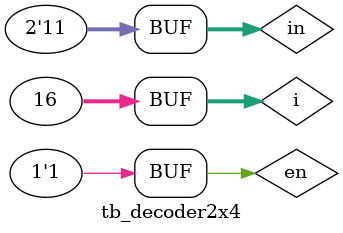
<source format=v>
`timescale 1ns / 1ps


module tb_decoder2x4();
wire [4:0] out;
reg en;
reg [1:0] in;
integer i;

decoder2x4 dut(.in(in),.out(out),.en(en));

initial begin  
 $monitor( "en=%b, in=%d, out=%b ", en, in, out);
   for ( i=0; i<16; i=i+1) 
        begin
           {en,in}  = i;
            #10;
        end
end
endmodule

</source>
